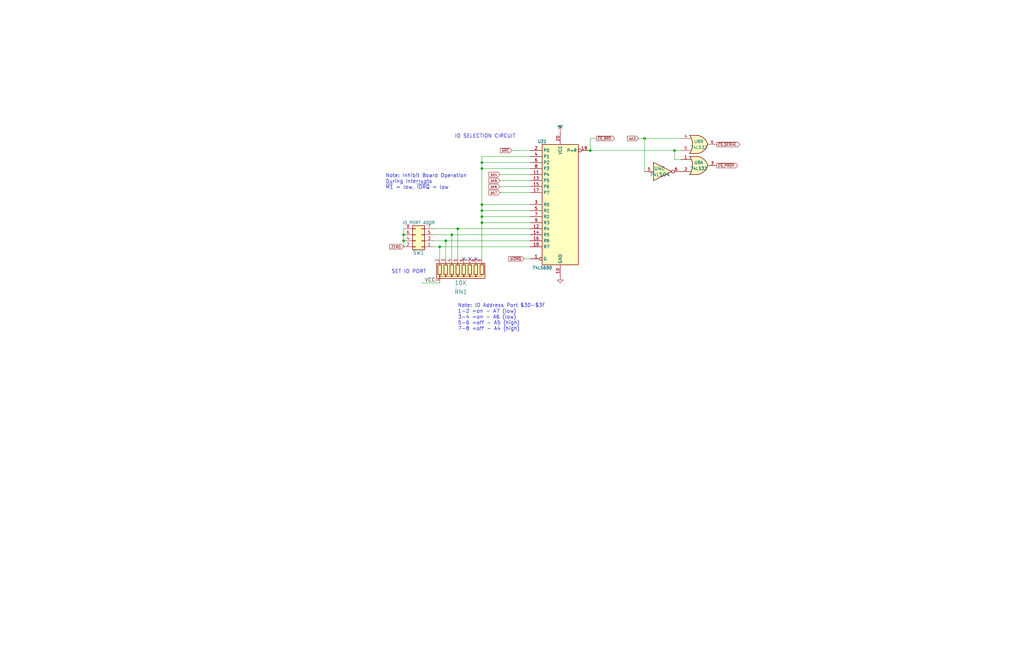
<source format=kicad_sch>
(kicad_sch (version 20211123) (generator eeschema)
  (paper "B")
  (lib_symbols
    (symbol "74xx:74LS04"
      (property "Reference" "U" (at 0 1.27 0))
      (property "Value" "74LS04" (at 0 -1.27 0))
      (symbol "74LS04_1_0"
        (polyline (pts (xy -3.81 3.81) (xy -3.81 -3.81) (xy 3.81 0) (xy -3.81 3.81)) (stroke (width 0.254)) (fill (type background)))
        (pin input line (at -7.62 0 0) (length 3.81) (name "~") (number "1"))
        (pin output inverted (at 7.62 0 180) (length 3.81) (name "~") (number "2"))
      )
      (symbol "74LS04_2_0"
        (polyline (pts (xy -3.81 3.81) (xy -3.81 -3.81) (xy 3.81 0) (xy -3.81 3.81)) (stroke (width 0.254)) (fill (type background)))
        (pin input line (at -7.62 0 0) (length 3.81) (name "~") (number "3"))
        (pin output inverted (at 7.62 0 180) (length 3.81) (name "~") (number "4"))
      )
      (symbol "74LS04_3_0"
        (polyline (pts (xy -3.81 3.81) (xy -3.81 -3.81) (xy 3.81 0) (xy -3.81 3.81)) (stroke (width 0.254)) (fill (type background)))
        (pin input line (at -7.62 0 0) (length 3.81) (name "~") (number "5"))
        (pin output inverted (at 7.62 0 180) (length 3.81) (name "~") (number "6"))
      )
      (symbol "74LS04_4_0"
        (polyline (pts (xy -3.81 3.81) (xy -3.81 -3.81) (xy 3.81 0) (xy -3.81 3.81)) (stroke (width 0.254)) (fill (type background)))
        (pin output inverted (at 7.62 0 180) (length 3.81) (name "~") (number "8"))
        (pin input line (at -7.62 0 0) (length 3.81) (name "~") (number "9"))
      )
      (symbol "74LS04_5_0"
        (polyline (pts (xy -3.81 3.81) (xy -3.81 -3.81) (xy 3.81 0) (xy -3.81 3.81)) (stroke (width 0.254)) (fill (type background)))
        (pin output inverted (at 7.62 0 180) (length 3.81) (name "~") (number "10"))
        (pin input line (at -7.62 0 0) (length 3.81) (name "~") (number "11"))
      )
      (symbol "74LS04_6_0"
        (polyline (pts (xy -3.81 3.81) (xy -3.81 -3.81) (xy 3.81 0) (xy -3.81 3.81)) (stroke (width 0.254)) (fill (type background)))
        (pin output inverted (at 7.62 0 180) (length 3.81) (name "~") (number "12"))
        (pin input line (at -7.62 0 0) (length 3.81) (name "~") (number "13"))
      )
      (symbol "74LS04_7_0"
        (pin power_in line (at 0 12.7 270) (length 5.08) (name "VCC") (number "14"))
        (pin power_in line (at 0 -12.7 90) (length 5.08) (name "GND") (number "7"))
      )
      (symbol "74LS04_7_1"
        (rectangle (start -5.08 7.62) (end 5.08 -7.62) (stroke (width 0.254)) (fill (type background)))
      )
    )
    (symbol "74xx:74LS32" (pin_names (offset 1.016))
      (property "Reference" "U" (at 0 1.27 0))
      (property "Value" "74LS32" (at 0 -1.27 0))
      (symbol "74LS32_1_1"
        (arc (start -3.81 -3.81) (mid -2.589 0) (end -3.81 3.81) (stroke (width 0.254)))
        (arc (start -0.6096 -3.81) (mid 2.1842 -2.5851) (end 3.81 0) (stroke (width 0.254)) (fill (type background)))
        (polyline (pts (xy -3.81 -3.81) (xy -0.635 -3.81)) (stroke (width 0.254)) (fill (type background)))
        (polyline (pts (xy -3.81 3.81) (xy -0.635 3.81)) (stroke (width 0.254)) (fill (type background)))
        (polyline (pts (xy -0.635 3.81) (xy -3.81 3.81) (xy -3.81 3.81) (xy -3.556 3.4036) (xy -3.0226 2.2606) (xy -2.6924 1.0414) (xy -2.6162 -0.254) (xy -2.7686 -1.4986) (xy -3.175 -2.7178) (xy -3.81 -3.81) (xy -3.81 -3.81) (xy -0.635 -3.81)) (stroke (width -25.4)) (fill (type background)))
        (arc (start 3.81 0) (mid 2.1915 2.5936) (end -0.6096 3.81) (stroke (width 0.254)) (fill (type background)))
        (pin input line (at -7.62 2.54 0) (length 4.318) (name "~") (number "1"))
        (pin input line (at -7.62 -2.54 0) (length 4.318) (name "~") (number "2"))
        (pin output line (at 7.62 0 180) (length 3.81) (name "~") (number "3"))
      )
      (symbol "74LS32_1_2"
        (arc (start 0 -3.81) (mid 3.81 0) (end 0 3.81) (stroke (width 0.254)) (fill (type background)))
        (polyline (pts (xy 0 3.81) (xy -3.81 3.81) (xy -3.81 -3.81) (xy 0 -3.81)) (stroke (width 0.254)) (fill (type background)))
        (pin input inverted (at -7.62 2.54 0) (length 3.81) (name "~") (number "1"))
        (pin input inverted (at -7.62 -2.54 0) (length 3.81) (name "~") (number "2"))
        (pin output inverted (at 7.62 0 180) (length 3.81) (name "~") (number "3"))
      )
      (symbol "74LS32_2_1"
        (arc (start -3.81 -3.81) (mid -2.589 0) (end -3.81 3.81) (stroke (width 0.254)))
        (arc (start -0.6096 -3.81) (mid 2.1842 -2.5851) (end 3.81 0) (stroke (width 0.254)) (fill (type background)))
        (polyline (pts (xy -3.81 -3.81) (xy -0.635 -3.81)) (stroke (width 0.254)) (fill (type background)))
        (polyline (pts (xy -3.81 3.81) (xy -0.635 3.81)) (stroke (width 0.254)) (fill (type background)))
        (polyline (pts (xy -0.635 3.81) (xy -3.81 3.81) (xy -3.81 3.81) (xy -3.556 3.4036) (xy -3.0226 2.2606) (xy -2.6924 1.0414) (xy -2.6162 -0.254) (xy -2.7686 -1.4986) (xy -3.175 -2.7178) (xy -3.81 -3.81) (xy -3.81 -3.81) (xy -0.635 -3.81)) (stroke (width -25.4)) (fill (type background)))
        (arc (start 3.81 0) (mid 2.1915 2.5936) (end -0.6096 3.81) (stroke (width 0.254)) (fill (type background)))
        (pin input line (at -7.62 2.54 0) (length 4.318) (name "~") (number "4"))
        (pin input line (at -7.62 -2.54 0) (length 4.318) (name "~") (number "5"))
        (pin output line (at 7.62 0 180) (length 3.81) (name "~") (number "6"))
      )
      (symbol "74LS32_2_2"
        (arc (start 0 -3.81) (mid 3.81 0) (end 0 3.81) (stroke (width 0.254)) (fill (type background)))
        (polyline (pts (xy 0 3.81) (xy -3.81 3.81) (xy -3.81 -3.81) (xy 0 -3.81)) (stroke (width 0.254)) (fill (type background)))
        (pin input inverted (at -7.62 2.54 0) (length 3.81) (name "~") (number "4"))
        (pin input inverted (at -7.62 -2.54 0) (length 3.81) (name "~") (number "5"))
        (pin output inverted (at 7.62 0 180) (length 3.81) (name "~") (number "6"))
      )
      (symbol "74LS32_3_1"
        (arc (start -3.81 -3.81) (mid -2.589 0) (end -3.81 3.81) (stroke (width 0.254)))
        (arc (start -0.6096 -3.81) (mid 2.1842 -2.5851) (end 3.81 0) (stroke (width 0.254)) (fill (type background)))
        (polyline (pts (xy -3.81 -3.81) (xy -0.635 -3.81)) (stroke (width 0.254)) (fill (type background)))
        (polyline (pts (xy -3.81 3.81) (xy -0.635 3.81)) (stroke (width 0.254)) (fill (type background)))
        (polyline (pts (xy -0.635 3.81) (xy -3.81 3.81) (xy -3.81 3.81) (xy -3.556 3.4036) (xy -3.0226 2.2606) (xy -2.6924 1.0414) (xy -2.6162 -0.254) (xy -2.7686 -1.4986) (xy -3.175 -2.7178) (xy -3.81 -3.81) (xy -3.81 -3.81) (xy -0.635 -3.81)) (stroke (width -25.4)) (fill (type background)))
        (arc (start 3.81 0) (mid 2.1915 2.5936) (end -0.6096 3.81) (stroke (width 0.254)) (fill (type background)))
        (pin input line (at -7.62 -2.54 0) (length 4.318) (name "~") (number "10"))
        (pin output line (at 7.62 0 180) (length 3.81) (name "~") (number "8"))
        (pin input line (at -7.62 2.54 0) (length 4.318) (name "~") (number "9"))
      )
      (symbol "74LS32_3_2"
        (arc (start 0 -3.81) (mid 3.81 0) (end 0 3.81) (stroke (width 0.254)) (fill (type background)))
        (polyline (pts (xy 0 3.81) (xy -3.81 3.81) (xy -3.81 -3.81) (xy 0 -3.81)) (stroke (width 0.254)) (fill (type background)))
        (pin input inverted (at -7.62 -2.54 0) (length 3.81) (name "~") (number "10"))
        (pin output inverted (at 7.62 0 180) (length 3.81) (name "~") (number "8"))
        (pin input inverted (at -7.62 2.54 0) (length 3.81) (name "~") (number "9"))
      )
      (symbol "74LS32_4_1"
        (arc (start -3.81 -3.81) (mid -2.589 0) (end -3.81 3.81) (stroke (width 0.254)))
        (arc (start -0.6096 -3.81) (mid 2.1842 -2.5851) (end 3.81 0) (stroke (width 0.254)) (fill (type background)))
        (polyline (pts (xy -3.81 -3.81) (xy -0.635 -3.81)) (stroke (width 0.254)) (fill (type background)))
        (polyline (pts (xy -3.81 3.81) (xy -0.635 3.81)) (stroke (width 0.254)) (fill (type background)))
        (polyline (pts (xy -0.635 3.81) (xy -3.81 3.81) (xy -3.81 3.81) (xy -3.556 3.4036) (xy -3.0226 2.2606) (xy -2.6924 1.0414) (xy -2.6162 -0.254) (xy -2.7686 -1.4986) (xy -3.175 -2.7178) (xy -3.81 -3.81) (xy -3.81 -3.81) (xy -0.635 -3.81)) (stroke (width -25.4)) (fill (type background)))
        (arc (start 3.81 0) (mid 2.1915 2.5936) (end -0.6096 3.81) (stroke (width 0.254)) (fill (type background)))
        (pin output line (at 7.62 0 180) (length 3.81) (name "~") (number "11"))
        (pin input line (at -7.62 2.54 0) (length 4.318) (name "~") (number "12"))
        (pin input line (at -7.62 -2.54 0) (length 4.318) (name "~") (number "13"))
      )
      (symbol "74LS32_4_2"
        (arc (start 0 -3.81) (mid 3.81 0) (end 0 3.81) (stroke (width 0.254)) (fill (type background)))
        (polyline (pts (xy 0 3.81) (xy -3.81 3.81) (xy -3.81 -3.81) (xy 0 -3.81)) (stroke (width 0.254)) (fill (type background)))
        (pin output inverted (at 7.62 0 180) (length 3.81) (name "~") (number "11"))
        (pin input inverted (at -7.62 2.54 0) (length 3.81) (name "~") (number "12"))
        (pin input inverted (at -7.62 -2.54 0) (length 3.81) (name "~") (number "13"))
      )
      (symbol "74LS32_5_0"
        (pin power_in line (at 0 12.7 270) (length 5.08) (name "VCC") (number "14"))
        (pin power_in line (at 0 -12.7 90) (length 5.08) (name "GND") (number "7"))
      )
      (symbol "74LS32_5_1"
        (rectangle (start -5.08 7.62) (end 5.08 -7.62) (stroke (width 0.254)) (fill (type background)))
      )
    )
    (symbol "74xx:74LS688"
      (property "Reference" "U" (at -7.62 26.67 0))
      (property "Value" "74LS688" (at -7.62 -26.67 0))
      (symbol "74LS688_1_0"
        (pin input inverted (at -12.7 -22.86 0) (length 5.08) (name "G") (number "1"))
        (pin power_in line (at 0 -30.48 90) (length 5.08) (name "GND") (number "10"))
        (pin input line (at -12.7 12.7 0) (length 5.08) (name "P4") (number "11"))
        (pin input line (at -12.7 -10.16 0) (length 5.08) (name "R4") (number "12"))
        (pin input line (at -12.7 10.16 0) (length 5.08) (name "P5") (number "13"))
        (pin input line (at -12.7 -12.7 0) (length 5.08) (name "R5") (number "14"))
        (pin input line (at -12.7 7.62 0) (length 5.08) (name "P6") (number "15"))
        (pin input line (at -12.7 -15.24 0) (length 5.08) (name "R6") (number "16"))
        (pin input line (at -12.7 5.08 0) (length 5.08) (name "P7") (number "17"))
        (pin input line (at -12.7 -17.78 0) (length 5.08) (name "R7") (number "18"))
        (pin output inverted (at 12.7 22.86 180) (length 5.08) (name "P=R") (number "19"))
        (pin input line (at -12.7 22.86 0) (length 5.08) (name "P0") (number "2"))
        (pin power_in line (at 0 30.48 270) (length 5.08) (name "VCC") (number "20"))
        (pin input line (at -12.7 0 0) (length 5.08) (name "R0") (number "3"))
        (pin input line (at -12.7 20.32 0) (length 5.08) (name "P1") (number "4"))
        (pin input line (at -12.7 -2.54 0) (length 5.08) (name "R1") (number "5"))
        (pin input line (at -12.7 17.78 0) (length 5.08) (name "P2") (number "6"))
        (pin input line (at -12.7 -5.08 0) (length 5.08) (name "R2") (number "7"))
        (pin input line (at -12.7 15.24 0) (length 5.08) (name "P3") (number "8"))
        (pin input line (at -12.7 -7.62 0) (length 5.08) (name "R3") (number "9"))
      )
      (symbol "74LS688_1_1"
        (rectangle (start -7.62 25.4) (end 7.62 -25.4) (stroke (width 0.254)) (fill (type background)))
      )
    )
    (symbol "Connector_Generic:Conn_02x04_Odd_Even" (pin_names (offset 1.016) hide)
      (property "Reference" "J" (at 1.27 5.08 0))
      (property "Value" "Conn_02x04_Odd_Even" (at 1.27 -7.62 0))
      (symbol "Conn_02x04_Odd_Even_1_1"
        (rectangle (start -1.27 -4.953) (end 0 -5.207) (stroke (width 0.1524)))
        (rectangle (start -1.27 -2.413) (end 0 -2.667) (stroke (width 0.1524)))
        (rectangle (start -1.27 0.127) (end 0 -0.127) (stroke (width 0.1524)))
        (rectangle (start -1.27 2.667) (end 0 2.413) (stroke (width 0.1524)))
        (rectangle (start -1.27 3.81) (end 3.81 -6.35) (stroke (width 0.254)) (fill (type background)))
        (rectangle (start 3.81 -4.953) (end 2.54 -5.207) (stroke (width 0.1524)))
        (rectangle (start 3.81 -2.413) (end 2.54 -2.667) (stroke (width 0.1524)))
        (rectangle (start 3.81 0.127) (end 2.54 -0.127) (stroke (width 0.1524)))
        (rectangle (start 3.81 2.667) (end 2.54 2.413) (stroke (width 0.1524)))
        (pin passive line (at -5.08 2.54 0) (length 3.81) (name "Pin_1") (number "1"))
        (pin passive line (at 7.62 2.54 180) (length 3.81) (name "Pin_2") (number "2"))
        (pin passive line (at -5.08 0 0) (length 3.81) (name "Pin_3") (number "3"))
        (pin passive line (at 7.62 0 180) (length 3.81) (name "Pin_4") (number "4"))
        (pin passive line (at -5.08 -2.54 0) (length 3.81) (name "Pin_5") (number "5"))
        (pin passive line (at 7.62 -2.54 180) (length 3.81) (name "Pin_6") (number "6"))
        (pin passive line (at -5.08 -5.08 0) (length 3.81) (name "Pin_7") (number "7"))
        (pin passive line (at 7.62 -5.08 180) (length 3.81) (name "Pin_8") (number "8"))
      )
    )
    (symbol "Device:R_Network08" (pin_names (offset 0) hide)
      (property "Reference" "RN" (at -12.7 0 90))
      (property "Value" "R_Network08" (at 10.16 0 90))
      (symbol "R_Network08_0_1"
        (rectangle (start -11.43 -3.175) (end 8.89 3.175) (stroke (width 0.254)) (fill (type background)))
        (rectangle (start -10.922 1.524) (end -9.398 -2.54) (stroke (width 0.254)))
        (circle (center -10.16 2.286) (radius 0.254) (fill (type outline)))
        (rectangle (start -8.382 1.524) (end -6.858 -2.54) (stroke (width 0.254)))
        (circle (center -7.62 2.286) (radius 0.254) (fill (type outline)))
        (rectangle (start -5.842 1.524) (end -4.318 -2.54) (stroke (width 0.254)))
        (circle (center -5.08 2.286) (radius 0.254) (fill (type outline)))
        (rectangle (start -3.302 1.524) (end -1.778 -2.54) (stroke (width 0.254)))
        (circle (center -2.54 2.286) (radius 0.254) (fill (type outline)))
        (rectangle (start -0.762 1.524) (end 0.762 -2.54) (stroke (width 0.254)))
        (polyline (pts (xy -10.16 -2.54) (xy -10.16 -3.81)))
        (polyline (pts (xy -7.62 -2.54) (xy -7.62 -3.81)))
        (polyline (pts (xy -5.08 -2.54) (xy -5.08 -3.81)))
        (polyline (pts (xy -2.54 -2.54) (xy -2.54 -3.81)))
        (polyline (pts (xy 0 -2.54) (xy 0 -3.81)))
        (polyline (pts (xy 2.54 -2.54) (xy 2.54 -3.81)))
        (polyline (pts (xy 5.08 -2.54) (xy 5.08 -3.81)))
        (polyline (pts (xy 7.62 -2.54) (xy 7.62 -3.81)))
        (polyline (pts (xy -10.16 1.524) (xy -10.16 2.286) (xy -7.62 2.286) (xy -7.62 1.524)))
        (polyline (pts (xy -7.62 1.524) (xy -7.62 2.286) (xy -5.08 2.286) (xy -5.08 1.524)))
        (polyline (pts (xy -5.08 1.524) (xy -5.08 2.286) (xy -2.54 2.286) (xy -2.54 1.524)))
        (polyline (pts (xy -2.54 1.524) (xy -2.54 2.286) (xy 0 2.286) (xy 0 1.524)))
        (polyline (pts (xy 0 1.524) (xy 0 2.286) (xy 2.54 2.286) (xy 2.54 1.524)))
        (polyline (pts (xy 2.54 1.524) (xy 2.54 2.286) (xy 5.08 2.286) (xy 5.08 1.524)))
        (polyline (pts (xy 5.08 1.524) (xy 5.08 2.286) (xy 7.62 2.286) (xy 7.62 1.524)))
        (circle (center 0 2.286) (radius 0.254) (fill (type outline)))
        (rectangle (start 1.778 1.524) (end 3.302 -2.54) (stroke (width 0.254)))
        (circle (center 2.54 2.286) (radius 0.254) (fill (type outline)))
        (rectangle (start 4.318 1.524) (end 5.842 -2.54) (stroke (width 0.254)))
        (circle (center 5.08 2.286) (radius 0.254) (fill (type outline)))
        (rectangle (start 6.858 1.524) (end 8.382 -2.54) (stroke (width 0.254)))
      )
      (symbol "R_Network08_1_1"
        (pin passive line (at -10.16 5.08 270) (length 2.54) (name "common") (number "1"))
        (pin passive line (at -10.16 -5.08 90) (length 1.27) (name "R1") (number "2"))
        (pin passive line (at -7.62 -5.08 90) (length 1.27) (name "R2") (number "3"))
        (pin passive line (at -5.08 -5.08 90) (length 1.27) (name "R3") (number "4"))
        (pin passive line (at -2.54 -5.08 90) (length 1.27) (name "R4") (number "5"))
        (pin passive line (at 0 -5.08 90) (length 1.27) (name "R5") (number "6"))
        (pin passive line (at 2.54 -5.08 90) (length 1.27) (name "R6") (number "7"))
        (pin passive line (at 5.08 -5.08 90) (length 1.27) (name "R7") (number "8"))
        (pin passive line (at 7.62 -5.08 90) (length 1.27) (name "R8") (number "9"))
      )
    )
    (symbol "power:GND" (power) (pin_names (offset 0))
      (property "Value" "GND" (at 0 -3.81 0))
      (symbol "GND_0_1"
        (polyline (pts (xy 0 0) (xy 0 -1.27) (xy 1.27 -1.27) (xy 0 -2.54) (xy -1.27 -1.27) (xy 0 -1.27)))
      )
      (symbol "GND_1_1"
        (pin power_in line (at 0 0 270) (length 0) hide (name "GND") (number "1"))
      )
    )
    (symbol "power:VCC" (power) (pin_names (offset 0))
      (property "Value" "VCC" (at 0 3.81 0))
      (symbol "VCC_0_1"
        (polyline (pts (xy -0.762 1.27) (xy 0 2.54)))
        (polyline (pts (xy 0 0) (xy 0 2.54)))
        (polyline (pts (xy 0 2.54) (xy 0.762 1.27)))
      )
      (symbol "VCC_1_1"
        (pin power_in line (at 0 0 90) (length 0) hide (name "VCC") (number "1"))
      )
    )
  )
  (junction (at 203.2 68.58))
  (junction (at 170.18 101.6))
  (junction (at 271.78 58.42))
  (junction (at 284.48 63.5))
  (junction (at 203.2 88.9))
  (junction (at 187.96 101.6))
  (junction (at 248.92 63.5))
  (junction (at 203.2 86.36))
  (junction (at 190.5 99.06))
  (junction (at 185.42 104.14))
  (junction (at 170.18 99.06))
  (junction (at 203.2 91.44))
  (junction (at 203.2 71.12))
  (junction (at 203.2 93.98))
  (junction (at 193.04 96.52))
  (no_connect (at 198.12 109.22))
  (no_connect (at 195.58 109.22))
  (no_connect (at 200.66 109.22))
  (wire (pts (xy 223.52 71.12) (xy 203.2 71.12)))
  (wire (pts (xy 215.9 63.5) (xy 223.52 63.5)))
  (wire (pts (xy 170.18 96.52) (xy 170.18 99.06)))
  (wire (pts (xy 190.5 99.06) (xy 223.52 99.06)))
  (wire (pts (xy 182.88 101.6) (xy 187.96 101.6)))
  (wire (pts (xy 203.2 93.98) (xy 203.2 109.22)))
  (wire (pts (xy 185.42 109.22) (xy 185.42 104.14)))
  (wire (pts (xy 187.96 101.6) (xy 223.52 101.6)))
  (wire (pts (xy 248.92 58.42) (xy 251.46 58.42)))
  (wire (pts (xy 248.92 58.42) (xy 248.92 63.5)))
  (wire (pts (xy 223.52 66.04) (xy 203.2 66.04)))
  (wire (pts (xy 287.02 63.5) (xy 284.48 63.5)))
  (wire (pts (xy 170.18 101.6) (xy 170.18 104.14)))
  (wire (pts (xy 203.2 93.98) (xy 223.52 93.98)))
  (wire (pts (xy 203.2 68.58) (xy 203.2 71.12)))
  (wire (pts (xy 193.04 109.22) (xy 193.04 96.52)))
  (wire (pts (xy 203.2 86.36) (xy 223.52 86.36)))
  (wire (pts (xy 185.42 104.14) (xy 223.52 104.14)))
  (wire (pts (xy 210.82 78.74) (xy 223.52 78.74)))
  (wire (pts (xy 177.8 119.38) (xy 185.42 119.38)))
  (wire (pts (xy 203.2 66.04) (xy 203.2 68.58)))
  (wire (pts (xy 271.78 58.42) (xy 271.78 72.39)))
  (wire (pts (xy 269.24 58.42) (xy 271.78 58.42)))
  (wire (pts (xy 287.02 58.42) (xy 271.78 58.42)))
  (wire (pts (xy 182.88 96.52) (xy 193.04 96.52)))
  (wire (pts (xy 170.18 99.06) (xy 170.18 101.6)))
  (wire (pts (xy 284.48 63.5) (xy 284.48 67.31)))
  (wire (pts (xy 182.88 99.06) (xy 190.5 99.06)))
  (wire (pts (xy 203.2 68.58) (xy 223.52 68.58)))
  (wire (pts (xy 203.2 88.9) (xy 203.2 91.44)))
  (wire (pts (xy 248.92 63.5) (xy 284.48 63.5)))
  (wire (pts (xy 190.5 109.22) (xy 190.5 99.06)))
  (wire (pts (xy 203.2 88.9) (xy 203.2 86.36)))
  (wire (pts (xy 203.2 91.44) (xy 203.2 93.98)))
  (wire (pts (xy 210.82 73.66) (xy 223.52 73.66)))
  (wire (pts (xy 210.82 76.2) (xy 223.52 76.2)))
  (wire (pts (xy 203.2 71.12) (xy 203.2 86.36)))
  (wire (pts (xy 210.82 81.28) (xy 223.52 81.28)))
  (wire (pts (xy 187.96 109.22) (xy 187.96 101.6)))
  (wire (pts (xy 203.2 88.9) (xy 223.52 88.9)))
  (wire (pts (xy 203.2 91.44) (xy 223.52 91.44)))
  (wire (pts (xy 287.02 67.31) (xy 284.48 67.31)))
  (wire (pts (xy 193.04 96.52) (xy 223.52 96.52)))
  (wire (pts (xy 223.52 109.22) (xy 220.98 109.22)))
  (wire (pts (xy 182.88 104.14) (xy 185.42 104.14)))
  (text "SET IO PORT" (at 165.1 115.57 0) (effects (font (size 1.524 1.524)) (justify left bottom)))
  (text "Note: IO Address Port $30-$3F\n1-2 =on - A7 (low)\n3-4 =on - A6 (low)\n5-6 =off - A5 (high)\n7-8 =off - A4 (high)" (at 193.04 139.7 0) (effects (font (size 1.524 1.524)) (justify left bottom)))
  (text "IO SELECTION CIRCUIT" (at 191.77 58.42 0) (effects (font (size 1.524 1.524)) (justify left bottom)))
  (text "Note: Inhibit Board Operation\nDuring Interrupts\n~{M1} = low, ~{IORQ} = low" (at 162.56 80.01 0) (effects (font (size 1.524 1.524)) (justify left bottom)))
  (label "VCC" (at 179.07 119.38 0) (effects (font (size 1.524 1.524))))
  (global_label "~{CS_BRD}" (shape output) (at 251.46 58.42 0) (effects (font (size 1.016 1.016))) (property "Intersheet References" "${INTERSHEET_REFS}" (effects hide)))
  (global_label "bA4" (shape input) (at 210.82 73.66 180) (effects (font (size 1.016 1.016))) (property "Intersheet References" "${INTERSHEET_REFS}" (effects hide)))
  (global_label "bA6" (shape input) (at 210.82 78.74 180) (effects (font (size 1.016 1.016))) (property "Intersheet References" "${INTERSHEET_REFS}" (effects hide)))
  (global_label "~{bIORQ}" (shape input) (at 220.98 109.22 180) (effects (font (size 1.016 1.016))) (property "Intersheet References" "${INTERSHEET_REFS}" (effects hide)))
  (global_label "ZERO" (shape input) (at 170.18 104.14 180) (effects (font (size 1.016 1.016))) (property "Intersheet References" "${INTERSHEET_REFS}" (effects hide)))
  (global_label "bA5" (shape input) (at 210.82 76.2 180) (effects (font (size 1.016 1.016))) (property "Intersheet References" "${INTERSHEET_REFS}" (effects hide)))
  (global_label "bA3" (shape input) (at 269.24 58.42 180) (effects (font (size 1.016 1.016))) (property "Intersheet References" "${INTERSHEET_REFS}" (effects hide)))
  (global_label "~{CS_PROP}" (shape output) (at 302.26 69.85 0) (effects (font (size 1.016 1.016))) (property "Intersheet References" "${INTERSHEET_REFS}" (effects hide)))
  (global_label "bA7" (shape input) (at 210.82 81.28 180) (effects (font (size 1.016 1.016))) (property "Intersheet References" "${INTERSHEET_REFS}" (effects hide)))
  (global_label "~{bM1}" (shape input) (at 215.9 63.5 180) (effects (font (size 1.016 1.016))) (property "Intersheet References" "${INTERSHEET_REFS}" (effects hide)))
  (global_label "~{CS_SERIAL}" (shape output) (at 302.26 60.96 0) (effects (font (size 1.016 1.016))) (property "Intersheet References" "${INTERSHEET_REFS}" (effects hide)))
  (symbol (lib_id "Connector_Generic:Conn_02x04_Odd_Even") (at 177.8 101.6 180) (unit 1)
    (property "Reference" "SW1" (at 176.53 106.68 0) (effects (font (size 1.524 1.524))))
    (property "Value" "IO PORT ADDR" (at 176.53 93.98 0))
    (property "Footprint" "Connector_PinHeader_2.54mm:PinHeader_2x04_P2.54mm_Vertical" (effects hide))
  )
  (symbol (lib_id "power:VCC") (at 236.22 55.88 0) (unit 1)
    (property "Reference" "#PWR059" (effects hide))
    (property "Value" "VCC" (at 236.22 53.34 0) (effects (font (size 0.762 0.762))))
  )
  (symbol (lib_id "74xx:74LS688") (at 236.22 86.36 0) (unit 1)
    (property "Reference" "U21" (at 228.6 59.69 0))
    (property "Value" "74LS688" (at 228.6 113.03 0))
    (property "Footprint" "Package_DIP:DIP-20_W7.62mm" (effects hide))
    (property "Datasheet" "http://www.ti.com/lit/gpn/sn74LS688" (effects hide))
  )
  (symbol (lib_id "Device:R_Network08") (at 195.58 114.3 0) (mirror x) (unit 1)
    (property "Reference" "RN1" (at 194.31 123.19 0) (effects (font (size 1.778 1.778))))
    (property "Value" "10K" (at 194.31 119.38 0) (effects (font (size 1.778 1.778))))
    (property "Footprint" "Resistor_THT:R_Array_SIP9" (effects hide))
    (property "Datasheet" "http://www.vishay.com/docs/31509/csc.pdf" (effects hide))
  )
  (symbol (lib_id "power:GND") (at 236.22 116.84 0) (unit 1)
    (property "Reference" "#PWR060" (effects hide))
    (property "Value" "GND" (effects hide))
  )
  (symbol (lib_id "74xx:74LS32") (at 294.64 60.96 0) (unit 2)
    (property "Reference" "U8" (at 294.64 59.69 0))
    (property "Value" "74LS32" (at 294.64 62.23 0))
    (property "Footprint" "Package_DIP:DIP-14_W7.62mm" (effects hide))
  )
  (symbol (lib_id "74xx:74LS32") (at 294.64 69.85 0) (unit 1)
    (property "Reference" "U8" (at 294.64 68.58 0))
    (property "Value" "74LS32" (at 294.64 71.12 0))
    (property "Footprint" "Package_DIP:DIP-14_W7.62mm" (effects hide))
  )
  (symbol (lib_id "74xx:74LS04") (at 279.4 72.39 0) (unit 3)
    (property "Reference" "U4" (at 278.13 71.12 0) (effects (font (size 1.524 1.524))))
    (property "Value" "74LS04" (at 278.13 73.66 0) (effects (font (size 1.524 1.524))))
    (property "Footprint" "Package_DIP:DIP-14_W7.62mm" (effects hide))
    (property "Datasheet" "http://www.ti.com/lit/gpn/sn74LS04" (effects hide))
  )
)
</source>
